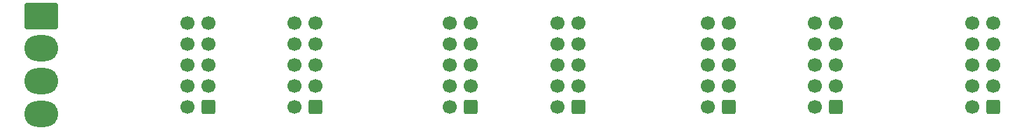
<source format=gbr>
%TF.GenerationSoftware,KiCad,Pcbnew,8.0.4*%
%TF.CreationDate,2024-08-26T11:17:32-06:00*%
%TF.ProjectId,modular-power-board,6d6f6475-6c61-4722-9d70-6f7765722d62,Mk One*%
%TF.SameCoordinates,Original*%
%TF.FileFunction,Soldermask,Bot*%
%TF.FilePolarity,Negative*%
%FSLAX46Y46*%
G04 Gerber Fmt 4.6, Leading zero omitted, Abs format (unit mm)*
G04 Created by KiCad (PCBNEW 8.0.4) date 2024-08-26 11:17:32*
%MOMM*%
%LPD*%
G01*
G04 APERTURE LIST*
G04 Aperture macros list*
%AMRoundRect*
0 Rectangle with rounded corners*
0 $1 Rounding radius*
0 $2 $3 $4 $5 $6 $7 $8 $9 X,Y pos of 4 corners*
0 Add a 4 corners polygon primitive as box body*
4,1,4,$2,$3,$4,$5,$6,$7,$8,$9,$2,$3,0*
0 Add four circle primitives for the rounded corners*
1,1,$1+$1,$2,$3*
1,1,$1+$1,$4,$5*
1,1,$1+$1,$6,$7*
1,1,$1+$1,$8,$9*
0 Add four rect primitives between the rounded corners*
20,1,$1+$1,$2,$3,$4,$5,0*
20,1,$1+$1,$4,$5,$6,$7,0*
20,1,$1+$1,$6,$7,$8,$9,0*
20,1,$1+$1,$8,$9,$2,$3,0*%
G04 Aperture macros list end*
%ADD10RoundRect,0.250000X0.600000X0.600000X-0.600000X0.600000X-0.600000X-0.600000X0.600000X-0.600000X0*%
%ADD11C,1.700000*%
%ADD12RoundRect,0.250000X-1.800000X1.330000X-1.800000X-1.330000X1.800000X-1.330000X1.800000X1.330000X0*%
%ADD13O,4.100000X3.160000*%
G04 APERTURE END LIST*
D10*
%TO.C,REF\u002A\u002A*%
X198600000Y-107560000D03*
D11*
X196060000Y-107560000D03*
X198600000Y-105020000D03*
X196060000Y-105020000D03*
X198600000Y-102480000D03*
X196060000Y-102480000D03*
X198600000Y-99940000D03*
X196060000Y-99940000D03*
X198600000Y-97400000D03*
X196060000Y-97400000D03*
%TD*%
D10*
%TO.C,REF\u002A\u002A*%
X179600000Y-107560000D03*
D11*
X177060000Y-107560000D03*
X179600000Y-105020000D03*
X177060000Y-105020000D03*
X179600000Y-102480000D03*
X177060000Y-102480000D03*
X179600000Y-99940000D03*
X177060000Y-99940000D03*
X179600000Y-97400000D03*
X177060000Y-97400000D03*
%TD*%
D10*
%TO.C,REF\u002A\u002A*%
X166600000Y-107560000D03*
D11*
X164060000Y-107560000D03*
X166600000Y-105020000D03*
X164060000Y-105020000D03*
X166600000Y-102480000D03*
X164060000Y-102480000D03*
X166600000Y-99940000D03*
X164060000Y-99940000D03*
X166600000Y-97400000D03*
X164060000Y-97400000D03*
%TD*%
D10*
%TO.C,REF\u002A\u002A*%
X148400000Y-107560000D03*
D11*
X145860000Y-107560000D03*
X148400000Y-105020000D03*
X145860000Y-105020000D03*
X148400000Y-102480000D03*
X145860000Y-102480000D03*
X148400000Y-99940000D03*
X145860000Y-99940000D03*
X148400000Y-97400000D03*
X145860000Y-97400000D03*
%TD*%
D10*
%TO.C,REF\u002A\u002A*%
X135400000Y-107560000D03*
D11*
X132860000Y-107560000D03*
X135400000Y-105020000D03*
X132860000Y-105020000D03*
X135400000Y-102480000D03*
X132860000Y-102480000D03*
X135400000Y-99940000D03*
X132860000Y-99940000D03*
X135400000Y-97400000D03*
X132860000Y-97400000D03*
%TD*%
%TO.C,REF\u002A\u002A*%
X114060000Y-97400000D03*
X116600000Y-97400000D03*
X114060000Y-99940000D03*
X116600000Y-99940000D03*
X114060000Y-102480000D03*
X116600000Y-102480000D03*
X114060000Y-105020000D03*
X116600000Y-105020000D03*
X114060000Y-107560000D03*
D10*
X116600000Y-107560000D03*
%TD*%
%TO.C,REF\u002A\u002A*%
X103600000Y-107600000D03*
D11*
X101060000Y-107600000D03*
X103600000Y-105060000D03*
X101060000Y-105060000D03*
X103600000Y-102520000D03*
X101060000Y-102520000D03*
X103600000Y-99980000D03*
X101060000Y-99980000D03*
X103600000Y-97440000D03*
X101060000Y-97440000D03*
%TD*%
D12*
%TO.C,REF\u002A\u002A*%
X83400000Y-96520000D03*
D13*
X83400000Y-100480000D03*
X83400000Y-104440000D03*
X83400000Y-108400000D03*
%TD*%
M02*

</source>
